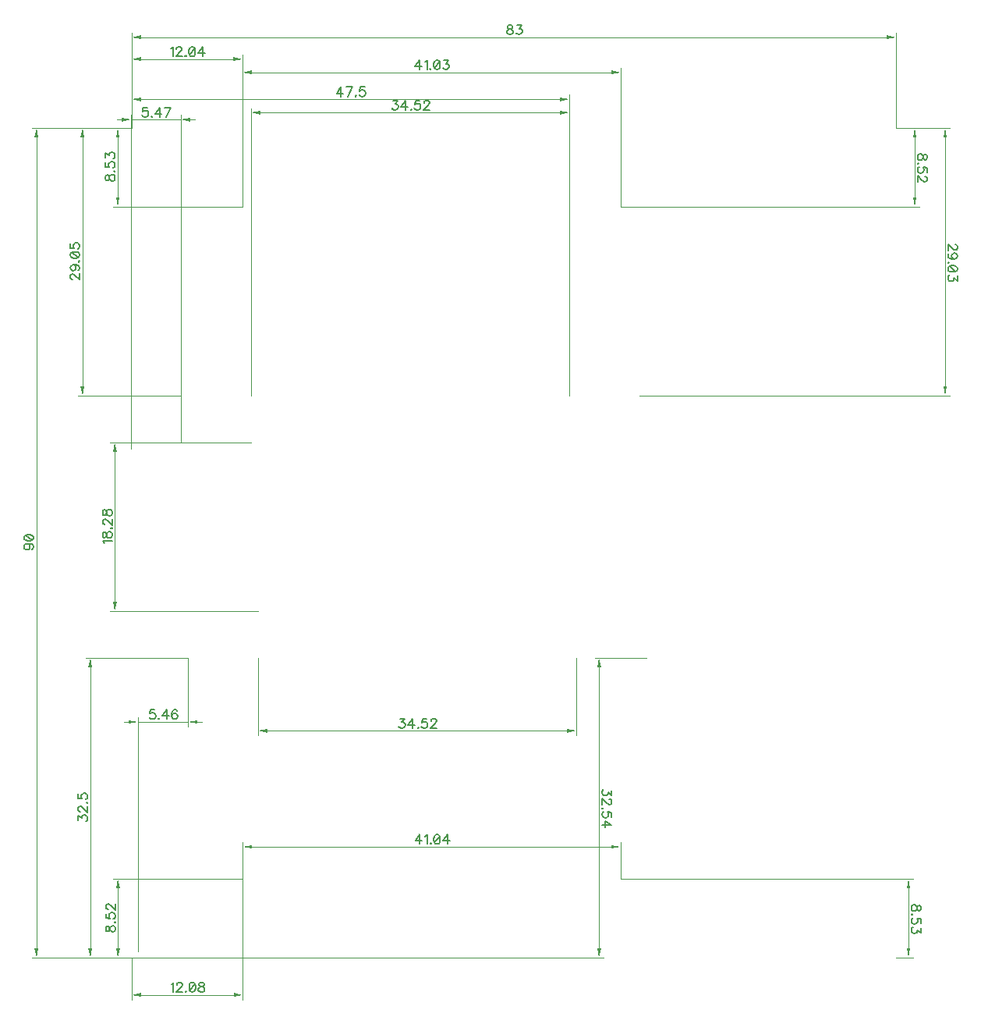
<source format=gbr>
G04 DipTrace 3.3.1.3*
G04 TopDimension.gbr*
%MOIN*%
G04 #@! TF.FileFunction,Drawing,Top*
G04 #@! TF.Part,Single*
%ADD13C,0.001378*%
%ADD37C,0.006176*%
%FSLAX26Y26*%
G04*
G70*
G90*
G75*
G01*
G04 TopDimension*
%LPD*%
X393701Y3937008D2*
D13*
Y4344682D1*
X3661417Y3937008D2*
Y4344682D1*
X2027559Y4324997D2*
X433071D1*
G36*
X393701D2*
X433071Y4332871D1*
Y4317123D1*
X393701Y4324997D1*
G37*
X2027559D2*
D13*
X3622047D1*
G36*
X3661417D2*
X3622047Y4317123D1*
Y4332871D1*
X3661417Y4324997D1*
G37*
X393701Y3937008D2*
D13*
X-33071D1*
X393701Y393701D2*
X-33071D1*
X-13386Y2165354D2*
Y3897638D1*
G36*
Y3937008D2*
X-5512Y3897638D1*
X-21260D1*
X-13386Y3937008D1*
G37*
Y2165354D2*
D13*
Y433071D1*
G36*
Y393701D2*
X-21260Y433071D1*
X-5512D1*
X-13386Y393701D1*
G37*
X867913Y3601339D2*
D13*
Y4194675D1*
X2483150Y3601693D2*
Y4194675D1*
X1675531Y4174990D2*
X907283D1*
G36*
X867913D2*
X907283Y4182864D1*
Y4167115D1*
X867913Y4174990D1*
G37*
X1675531D2*
D13*
X2443780D1*
G36*
X2483150D2*
X2443780Y4167115D1*
Y4182864D1*
X2483150Y4174990D1*
G37*
Y3601693D2*
D13*
X3761013D1*
X3661417Y3937008D2*
X3761013D1*
X3741328Y3769350D2*
Y3641063D1*
G36*
Y3601693D2*
X3733454Y3641063D1*
X3749202D1*
X3741328Y3601693D1*
G37*
Y3769350D2*
D13*
Y3897638D1*
G36*
Y3937008D2*
X3749202Y3897638D1*
X3733454D1*
X3741328Y3937008D1*
G37*
X904890Y2793161D2*
D13*
Y4022047D1*
X2263845Y2793909D2*
Y4022047D1*
X1584367Y4002362D2*
X944260D1*
G36*
X904890D2*
X944260Y4010236D1*
Y3994488D1*
X904890Y4002362D1*
G37*
X1584367D2*
D13*
X2224475D1*
G36*
X2263845D2*
X2224475Y3994488D1*
Y4010236D1*
X2263845Y4002362D1*
G37*
X934741Y1673407D2*
D13*
Y1342522D1*
X2293671Y1674875D2*
Y1342522D1*
X1614206Y1362207D2*
X974112D1*
G36*
X934741D2*
X974112Y1370081D1*
Y1354333D1*
X934741Y1362207D1*
G37*
X1614206D2*
D13*
X2254301D1*
G36*
X2293671D2*
X2254301Y1354333D1*
Y1370081D1*
X2293671Y1362207D1*
G37*
X393701Y393701D2*
D13*
X2412353D1*
X2593671Y1674875D2*
X2372983D1*
X2392668Y1034288D2*
Y433071D1*
G36*
Y393701D2*
X2384794Y433071D1*
X2400542D1*
X2392668Y393701D1*
G37*
Y1034288D2*
D13*
Y1635505D1*
G36*
Y1674875D2*
X2400542Y1635505D1*
X2384794D1*
X2392668Y1674875D1*
G37*
X634741Y1673407D2*
D13*
X197478D1*
X393701Y393701D2*
X197478D1*
X217163Y1033554D2*
Y1634037D1*
G36*
Y1673407D2*
X225037Y1634037D1*
X209289D1*
X217163Y1673407D1*
G37*
Y1033554D2*
D13*
Y433071D1*
G36*
Y393701D2*
X209289Y433071D1*
X225037D1*
X217163Y393701D1*
G37*
X419685Y419685D2*
D13*
Y1420163D1*
X634741Y1673407D2*
Y1380793D1*
X419685Y1400478D2*
X634741D1*
X360630D2*
X380315D1*
G36*
X419685D2*
X380315Y1392604D1*
Y1408352D1*
X419685Y1400478D1*
G37*
X693797D2*
D13*
X674112D1*
G36*
X634741D2*
X674112Y1408352D1*
Y1392604D1*
X634741Y1400478D1*
G37*
X393701Y3937008D2*
D13*
X163780D1*
X604890Y2793161D2*
X163780D1*
X183465Y3365085D2*
Y3897638D1*
G36*
Y3937008D2*
X191339Y3897638D1*
X175591D1*
X183465Y3937008D1*
G37*
Y3365085D2*
D13*
Y2832531D1*
G36*
Y2793161D2*
X175591Y2832531D1*
X191339D1*
X183465Y2793161D1*
G37*
X393701Y3937008D2*
D13*
Y4250908D1*
X867913Y3601339D2*
Y4250908D1*
X630807Y4231223D2*
X433071D1*
G36*
X393701D2*
X433071Y4239097D1*
Y4223349D1*
X393701Y4231223D1*
G37*
X630807D2*
D13*
X828543D1*
G36*
X867913D2*
X828543Y4223349D1*
Y4239097D1*
X867913Y4231223D1*
G37*
X393701Y393701D2*
D13*
Y215367D1*
X869252Y729173D2*
Y215367D1*
X631476Y235052D2*
X433071D1*
G36*
X393701D2*
X433071Y242927D1*
Y227178D1*
X393701Y235052D1*
G37*
X631476D2*
D13*
X829882D1*
G36*
X869252D2*
X829882Y227178D1*
Y242927D1*
X869252Y235052D1*
G37*
X3661417Y3937008D2*
D13*
X3891071D1*
X2563845Y2793909D2*
X3891071D1*
X3871386Y3365459D2*
Y3897638D1*
G36*
Y3937008D2*
X3879260Y3897638D1*
X3863512D1*
X3871386Y3937008D1*
G37*
Y3365459D2*
D13*
Y2833280D1*
G36*
Y2793909D2*
X3863512Y2833280D1*
X3879260D1*
X3871386Y2793909D1*
G37*
X389612Y2565793D2*
D13*
Y3992266D1*
X604890Y2593161D2*
Y3992266D1*
X389612Y3972581D2*
X604890D1*
X330556D2*
X350241D1*
G36*
X389612D2*
X350241Y3964707D1*
Y3980455D1*
X389612Y3972581D1*
G37*
X663945D2*
D13*
X644260D1*
G36*
X604890D2*
X644260Y3980455D1*
Y3964707D1*
X604890Y3972581D1*
G37*
X393701Y3937008D2*
D13*
Y4079585D1*
X2263845Y2793909D2*
Y4079585D1*
X1328773Y4059900D2*
X433071D1*
G36*
X393701D2*
X433071Y4067774D1*
Y4052026D1*
X393701Y4059900D1*
G37*
X1328773D2*
D13*
X2224475D1*
G36*
X2263845D2*
X2224475Y4052026D1*
Y4067774D1*
X2263845Y4059900D1*
G37*
X904890Y2593161D2*
D13*
X302364D1*
X934741Y1873407D2*
X302364D1*
X322049Y2233284D2*
Y2553791D1*
G36*
Y2593161D2*
X329923Y2553791D1*
X314175D1*
X322049Y2593161D1*
G37*
Y2233284D2*
D13*
Y1912777D1*
G36*
Y1873407D2*
X314175Y1912777D1*
X329923D1*
X322049Y1873407D1*
G37*
X867913Y3601339D2*
D13*
X314950D1*
X393701Y3937008D2*
X314950D1*
X334635Y3769173D2*
Y3640709D1*
G36*
Y3601339D2*
X326761Y3640709D1*
X342509D1*
X334635Y3601339D1*
G37*
Y3769173D2*
D13*
Y3897638D1*
G36*
Y3937008D2*
X342509Y3897638D1*
X326761D1*
X334635Y3937008D1*
G37*
X869252Y729173D2*
D13*
X316052D1*
X393701Y393701D2*
X316052D1*
X335738Y561437D2*
Y689803D1*
G36*
Y729173D2*
X343612Y689803D1*
X327864D1*
X335738Y729173D1*
G37*
Y561437D2*
D13*
Y433071D1*
G36*
Y393701D2*
X327864Y433071D1*
X343612D1*
X335738Y393701D1*
G37*
X869252Y729173D2*
D13*
Y886417D1*
X2485079Y729488D2*
Y886417D1*
X1677165Y866732D2*
X908622D1*
G36*
X869252D2*
X908622Y874606D1*
Y858858D1*
X869252Y866732D1*
G37*
X1677165D2*
D13*
X2445709D1*
G36*
X2485079D2*
X2445709Y858858D1*
Y874606D1*
X2485079Y866732D1*
G37*
Y729488D2*
D13*
X3734172D1*
X3661417Y393701D2*
X3734172D1*
X3714487Y561594D2*
Y690118D1*
G36*
Y729488D2*
X3722361Y690118D1*
X3706613D1*
X3714487Y729488D1*
G37*
Y561594D2*
D13*
Y433071D1*
G36*
Y393701D2*
X3706613Y433071D1*
X3722361D1*
X3714487Y393701D1*
G37*
X2007249Y4377356D2*
D37*
X2001545Y4375455D1*
X1999600Y4371652D1*
Y4367805D1*
X2001545Y4364003D1*
X2005348Y4362057D1*
X2012997Y4360156D1*
X2018745Y4358255D1*
X2022548Y4354408D1*
X2024449Y4350605D1*
Y4344857D1*
X2022548Y4341055D1*
X2020647Y4339109D1*
X2014899Y4337208D1*
X2007249D1*
X2001545Y4339109D1*
X1999600Y4341055D1*
X1997699Y4344857D1*
Y4350605D1*
X1999600Y4354408D1*
X2003447Y4358255D1*
X2009150Y4360156D1*
X2016800Y4362057D1*
X2020647Y4364003D1*
X2022548Y4367805D1*
Y4371652D1*
X2020647Y4375455D1*
X2014899Y4377356D1*
X2007249D1*
X2040647D2*
X2061650D1*
X2050198Y4362057D1*
X2055946D1*
X2059748Y4360156D1*
X2061650Y4358255D1*
X2063595Y4352507D1*
Y4348704D1*
X2061650Y4342956D1*
X2057847Y4339109D1*
X2052099Y4337208D1*
X2046351D1*
X2040647Y4339109D1*
X2038746Y4341055D1*
X2036800Y4344857D1*
X-52391Y2161316D2*
X-46643Y2159370D1*
X-42796Y2155568D1*
X-40895Y2149820D1*
Y2147919D1*
X-42796Y2142170D1*
X-46643Y2138368D1*
X-52391Y2136422D1*
X-54293D1*
X-60041Y2138368D1*
X-63843Y2142170D1*
X-65744Y2147919D1*
Y2149820D1*
X-63843Y2155568D1*
X-60041Y2159370D1*
X-52391Y2161316D1*
X-42796D1*
X-33246Y2159370D1*
X-27498Y2155568D1*
X-25597Y2149820D1*
Y2146017D1*
X-27498Y2140269D1*
X-31345Y2138368D1*
X-65744Y2185163D2*
X-63843Y2179415D1*
X-58095Y2175569D1*
X-48544Y2173667D1*
X-42796D1*
X-33246Y2175569D1*
X-27498Y2179415D1*
X-25597Y2185163D1*
Y2188966D1*
X-27498Y2194714D1*
X-33246Y2198516D1*
X-42796Y2200462D1*
X-48544D1*
X-58095Y2198516D1*
X-63843Y2194714D1*
X-65744Y2188966D1*
Y2185163D1*
X-58095Y2198516D2*
X-33246Y2175569D1*
X1625199Y4187200D2*
Y4227348D1*
X1606053Y4200598D1*
X1634749D1*
X1647100Y4219699D2*
X1650947Y4221644D1*
X1656695Y4227348D1*
Y4187200D1*
X1670948Y4191047D2*
X1669047Y4189102D1*
X1670948Y4187200D1*
X1672893Y4189102D1*
X1670948Y4191047D1*
X1696741Y4227348D2*
X1690993Y4225447D1*
X1687146Y4219699D1*
X1685245Y4210148D1*
Y4204400D1*
X1687146Y4194850D1*
X1690993Y4189102D1*
X1696741Y4187200D1*
X1700543D1*
X1706291Y4189102D1*
X1710094Y4194850D1*
X1712039Y4204400D1*
Y4210148D1*
X1710094Y4219699D1*
X1706291Y4225447D1*
X1700543Y4227348D1*
X1696741D1*
X1710094Y4219699D2*
X1687146Y4194850D1*
X1728238Y4227348D2*
X1749240D1*
X1737788Y4212049D1*
X1743536D1*
X1747339Y4210148D1*
X1749240Y4208247D1*
X1751186Y4202499D1*
Y4198696D1*
X1749240Y4192948D1*
X1745438Y4189102D1*
X1739689Y4187200D1*
X1733941D1*
X1728238Y4189102D1*
X1726336Y4191047D1*
X1724391Y4194850D1*
X3793687Y3817332D2*
X3791785Y3823036D1*
X3787983Y3824982D1*
X3784136D1*
X3780334Y3823036D1*
X3778388Y3819234D1*
X3776487Y3811584D1*
X3774585Y3805836D1*
X3770739Y3802034D1*
X3766936Y3800132D1*
X3761188D1*
X3757386Y3802034D1*
X3755440Y3803935D1*
X3753539Y3809683D1*
Y3817332D1*
X3755440Y3823036D1*
X3757386Y3824982D1*
X3761188Y3826883D1*
X3766936D1*
X3770739Y3824982D1*
X3774585Y3821135D1*
X3776487Y3815431D1*
X3778388Y3807782D1*
X3780334Y3803935D1*
X3784136Y3802034D1*
X3787983D1*
X3791785Y3803935D1*
X3793687Y3809683D1*
Y3817332D1*
X3757386Y3785880D2*
X3755440Y3787781D1*
X3753539Y3785880D1*
X3755440Y3783934D1*
X3757386Y3785880D1*
X3793687Y3748635D2*
Y3767736D1*
X3776487Y3769637D1*
X3778388Y3767736D1*
X3780334Y3761988D1*
Y3756284D1*
X3778388Y3750536D1*
X3774585Y3746690D1*
X3768837Y3744788D1*
X3765035D1*
X3759287Y3746690D1*
X3755440Y3750536D1*
X3753539Y3756284D1*
Y3761988D1*
X3755440Y3767736D1*
X3757386Y3769637D1*
X3761188Y3771583D1*
X3784136Y3730491D2*
X3786037D1*
X3789884Y3728590D1*
X3791785Y3726689D1*
X3793687Y3722842D1*
Y3715193D1*
X3791785Y3711390D1*
X3789884Y3709489D1*
X3786037Y3707543D1*
X3782235D1*
X3778388Y3709489D1*
X3772684Y3713291D1*
X3753539Y3732437D1*
Y3705642D1*
X1510136Y4054721D2*
X1531138D1*
X1519686Y4039422D1*
X1525435D1*
X1529237Y4037521D1*
X1531138Y4035620D1*
X1533084Y4029872D1*
Y4026069D1*
X1531138Y4020321D1*
X1527336Y4016474D1*
X1521588Y4014573D1*
X1515840D1*
X1510136Y4016474D1*
X1508235Y4018420D1*
X1506289Y4022222D1*
X1564581Y4014573D2*
Y4054721D1*
X1545435Y4027970D1*
X1574131D1*
X1588384Y4018420D2*
X1586483Y4016474D1*
X1588384Y4014573D1*
X1590329Y4016474D1*
X1588384Y4018420D1*
X1625629Y4054721D2*
X1606527D1*
X1604626Y4037521D1*
X1606527Y4039422D1*
X1612276Y4041368D1*
X1617979D1*
X1623727Y4039422D1*
X1627574Y4035620D1*
X1629475Y4029872D1*
Y4026069D1*
X1627574Y4020321D1*
X1623727Y4016474D1*
X1617979Y4014573D1*
X1612276D1*
X1606527Y4016474D1*
X1604626Y4018420D1*
X1602681Y4022222D1*
X1643772Y4045170D2*
Y4047071D1*
X1645674Y4050918D1*
X1647575Y4052819D1*
X1651422Y4054721D1*
X1659071D1*
X1662873Y4052819D1*
X1664775Y4050918D1*
X1666720Y4047071D1*
Y4043269D1*
X1664775Y4039422D1*
X1660972Y4033718D1*
X1641827Y4014573D1*
X1668621D1*
X1539974Y1414566D2*
X1560977D1*
X1549525Y1399267D1*
X1555273D1*
X1559076Y1397366D1*
X1560977Y1395465D1*
X1562922Y1389717D1*
Y1385914D1*
X1560977Y1380166D1*
X1557174Y1376319D1*
X1551426Y1374418D1*
X1545678D1*
X1539974Y1376319D1*
X1538073Y1378265D1*
X1536128Y1382067D1*
X1594419Y1374418D2*
Y1414566D1*
X1575274Y1387815D1*
X1603970D1*
X1618222Y1378265D2*
X1616321Y1376319D1*
X1618222Y1374418D1*
X1620168Y1376319D1*
X1618222Y1378265D1*
X1655467Y1414566D2*
X1636366D1*
X1634465Y1397366D1*
X1636366Y1399267D1*
X1642114Y1401213D1*
X1647818D1*
X1653566Y1399267D1*
X1657413Y1395465D1*
X1659314Y1389717D1*
Y1385914D1*
X1657413Y1380166D1*
X1653566Y1376319D1*
X1647818Y1374418D1*
X1642114D1*
X1636366Y1376319D1*
X1634465Y1378265D1*
X1632519Y1382067D1*
X1673611Y1405015D2*
Y1406917D1*
X1675512Y1410763D1*
X1677413Y1412665D1*
X1681260Y1414566D1*
X1688909D1*
X1692712Y1412665D1*
X1694613Y1410763D1*
X1696559Y1406917D1*
Y1403114D1*
X1694613Y1399267D1*
X1690811Y1393563D1*
X1671665Y1374418D1*
X1698460D1*
X2445027Y1108520D2*
Y1087517D1*
X2429728Y1098969D1*
Y1093221D1*
X2427827Y1089418D1*
X2425925Y1087517D1*
X2420177Y1085572D1*
X2416375D1*
X2410627Y1087517D1*
X2406780Y1091320D1*
X2404879Y1097068D1*
Y1102816D1*
X2406780Y1108520D1*
X2408725Y1110421D1*
X2412528Y1112366D1*
X2435476Y1071275D2*
X2437377D1*
X2441224Y1069374D1*
X2443125Y1067472D1*
X2445027Y1063626D1*
Y1055976D1*
X2443125Y1052174D1*
X2441224Y1050272D1*
X2437377Y1048327D1*
X2433575D1*
X2429728Y1050272D1*
X2424024Y1054075D1*
X2404879Y1073220D1*
Y1046426D1*
X2408725Y1032173D2*
X2406780Y1034074D1*
X2404879Y1032173D1*
X2406780Y1030227D1*
X2408725Y1032173D1*
X2445027Y994928D2*
Y1014029D1*
X2427827Y1015931D1*
X2429728Y1014029D1*
X2431673Y1008281D1*
Y1002577D1*
X2429728Y996829D1*
X2425925Y992983D1*
X2420177Y991081D1*
X2416375D1*
X2410627Y992983D1*
X2406780Y996829D1*
X2404879Y1002577D1*
Y1008281D1*
X2406780Y1014029D1*
X2408725Y1015931D1*
X2412528Y1017876D1*
X2404879Y959585D2*
X2445027D1*
X2418276Y978730D1*
Y950034D1*
X164804Y979846D2*
Y1000848D1*
X180103Y989397D1*
Y995145D1*
X182004Y998947D1*
X183905Y1000848D1*
X189653Y1002794D1*
X193456D1*
X199204Y1000848D1*
X203051Y997046D1*
X204952Y991298D1*
Y985550D1*
X203051Y979846D1*
X201105Y977945D1*
X197303Y975999D1*
X174355Y1017091D2*
X172453D1*
X168607Y1018992D1*
X166705Y1020893D1*
X164804Y1024740D1*
Y1032389D1*
X166705Y1036192D1*
X168607Y1038093D1*
X172453Y1040039D1*
X176256D1*
X180103Y1038093D1*
X185807Y1034291D1*
X204952Y1015145D1*
Y1041940D1*
X201105Y1056193D2*
X203051Y1054291D1*
X204952Y1056193D1*
X203051Y1058138D1*
X201105Y1056193D1*
X164804Y1093437D2*
Y1074336D1*
X182004Y1072435D1*
X180103Y1074336D1*
X178157Y1080084D1*
Y1085788D1*
X180103Y1091536D1*
X183905Y1095383D1*
X189653Y1097284D1*
X193456D1*
X199204Y1095383D1*
X203051Y1091536D1*
X204952Y1085788D1*
Y1080084D1*
X203051Y1074336D1*
X201105Y1072435D1*
X197303Y1070489D1*
X492629Y1452836D2*
X473527D1*
X471626Y1435636D1*
X473527Y1437538D1*
X479276Y1439483D1*
X484979D1*
X490727Y1437538D1*
X494574Y1433735D1*
X496475Y1427987D1*
Y1424185D1*
X494574Y1418436D1*
X490727Y1414590D1*
X484979Y1412688D1*
X479276D1*
X473527Y1414590D1*
X471626Y1416535D1*
X469681Y1420338D1*
X510728Y1416535D2*
X508827Y1414590D1*
X510728Y1412688D1*
X512674Y1414590D1*
X510728Y1416535D1*
X544170Y1412688D2*
Y1452836D1*
X525025Y1426086D1*
X553721D1*
X589020Y1447132D2*
X587119Y1450935D1*
X581371Y1452836D1*
X577568D1*
X571820Y1450935D1*
X567974Y1445187D1*
X566072Y1435636D1*
Y1426086D1*
X567974Y1418436D1*
X571820Y1414590D1*
X577568Y1412688D1*
X579470D1*
X585173Y1414590D1*
X589020Y1418436D1*
X590921Y1424185D1*
Y1426086D1*
X589020Y1431834D1*
X585173Y1435636D1*
X579470Y1437538D1*
X577568D1*
X571820Y1435636D1*
X567974Y1431834D1*
X566072Y1426086D1*
X140657Y3290853D2*
X138755D1*
X134909Y3292754D1*
X133007Y3294656D1*
X131106Y3298502D1*
Y3306152D1*
X133007Y3309954D1*
X134909Y3311856D1*
X138755Y3313801D1*
X142558D1*
X146405Y3311856D1*
X152108Y3308053D1*
X171254Y3288908D1*
Y3315702D1*
X144459Y3352947D2*
X150207Y3351002D1*
X154054Y3347199D1*
X155955Y3341451D1*
Y3339550D1*
X154054Y3333802D1*
X150207Y3329999D1*
X144459Y3328054D1*
X142558D1*
X136810Y3329999D1*
X133007Y3333802D1*
X131106Y3339550D1*
Y3341451D1*
X133007Y3347199D1*
X136810Y3351002D1*
X144459Y3352947D1*
X154054D1*
X163605Y3351002D1*
X169353Y3347199D1*
X171254Y3341451D1*
Y3337648D1*
X169353Y3331900D1*
X165506Y3329999D1*
X167407Y3367200D2*
X169353Y3365298D1*
X171254Y3367200D1*
X169353Y3369145D1*
X167407Y3367200D1*
X131106Y3392993D2*
X133007Y3387245D1*
X138755Y3383398D1*
X148306Y3381497D1*
X154054D1*
X163605Y3383398D1*
X169353Y3387245D1*
X171254Y3392993D1*
Y3396795D1*
X169353Y3402543D1*
X163605Y3406346D1*
X154054Y3408291D1*
X148306D1*
X138755Y3406346D1*
X133007Y3402543D1*
X131106Y3396795D1*
Y3392993D1*
X138755Y3406346D2*
X163605Y3383398D1*
X131106Y3443591D2*
Y3424489D1*
X148306Y3422588D1*
X146405Y3424489D1*
X144459Y3430237D1*
Y3435941D1*
X146405Y3441689D1*
X150207Y3445536D1*
X155955Y3447437D1*
X159758D1*
X165506Y3445536D1*
X169353Y3441689D1*
X171254Y3435941D1*
Y3430237D1*
X169353Y3424489D1*
X167407Y3422588D1*
X163605Y3420643D1*
X561329Y4275932D2*
X565175Y4277878D1*
X570924Y4283582D1*
Y4243434D1*
X585220Y4274031D2*
Y4275932D1*
X587122Y4279779D1*
X589023Y4281680D1*
X592870Y4283582D1*
X600519D1*
X604322Y4281680D1*
X606223Y4279779D1*
X608168Y4275932D1*
Y4272130D1*
X606223Y4268283D1*
X602420Y4262579D1*
X583275Y4243434D1*
X610070D1*
X624322Y4247281D2*
X622421Y4245335D1*
X624322Y4243434D1*
X626268Y4245335D1*
X624322Y4247281D1*
X650115Y4283582D2*
X644367Y4281680D1*
X640520Y4275932D1*
X638619Y4266382D1*
Y4260634D1*
X640520Y4251083D1*
X644367Y4245335D1*
X650115Y4243434D1*
X653918D1*
X659666Y4245335D1*
X663468Y4251083D1*
X665414Y4260634D1*
Y4266382D1*
X663468Y4275932D1*
X659666Y4281680D1*
X653918Y4283582D1*
X650115D1*
X663468Y4275932D2*
X640520Y4251083D1*
X696911Y4243434D2*
Y4283582D1*
X677765Y4256831D1*
X706461D1*
X562971Y279762D2*
X566818Y281707D1*
X572566Y287411D1*
Y247263D1*
X586862Y277860D2*
Y279762D1*
X588764Y283608D1*
X590665Y285510D1*
X594512Y287411D1*
X602161D1*
X605964Y285510D1*
X607865Y283608D1*
X609810Y279762D1*
Y275959D1*
X607865Y272112D1*
X604062Y266409D1*
X584917Y247263D1*
X611712D1*
X625964Y251110D2*
X624063Y249165D1*
X625964Y247263D1*
X627910Y249165D1*
X625964Y251110D1*
X651757Y287411D2*
X646009Y285510D1*
X642162Y279762D1*
X640261Y270211D1*
Y264463D1*
X642162Y254913D1*
X646009Y249165D1*
X651757Y247263D1*
X655560D1*
X661308Y249165D1*
X665110Y254913D1*
X667056Y264463D1*
Y270211D1*
X665110Y279762D1*
X661308Y285510D1*
X655560Y287411D1*
X651757D1*
X665110Y279762D2*
X642162Y254913D1*
X688958Y287411D2*
X683254Y285510D1*
X681309Y281707D1*
Y277860D1*
X683254Y274058D1*
X687057Y272112D1*
X694706Y270211D1*
X700454Y268310D1*
X704256Y264463D1*
X706158Y260661D1*
Y254913D1*
X704256Y251110D1*
X702355Y249165D1*
X696607Y247263D1*
X688958D1*
X683254Y249165D1*
X681309Y251110D1*
X679407Y254913D1*
Y260661D1*
X681309Y264463D1*
X685155Y268310D1*
X690859Y270211D1*
X698508Y272112D1*
X702355Y274058D1*
X704256Y277860D1*
Y281707D1*
X702355Y285510D1*
X696607Y287411D1*
X688958D1*
X3914194Y3439690D2*
X3916095D1*
X3919942Y3437789D1*
X3921843Y3435888D1*
X3923744Y3432041D1*
Y3424392D1*
X3921843Y3420589D1*
X3919942Y3418688D1*
X3916095Y3416742D1*
X3912293D1*
X3908446Y3418688D1*
X3902742Y3422490D1*
X3883597Y3441636D1*
Y3414841D1*
X3910391Y3377596D2*
X3904643Y3379542D1*
X3900796Y3383344D1*
X3898895Y3389092D1*
Y3390994D1*
X3900796Y3396742D1*
X3904643Y3400544D1*
X3910391Y3402490D1*
X3912293D1*
X3918041Y3400544D1*
X3921843Y3396742D1*
X3923744Y3390994D1*
Y3389092D1*
X3921843Y3383344D1*
X3918041Y3379542D1*
X3910391Y3377596D1*
X3900796D1*
X3891246Y3379542D1*
X3885498Y3383344D1*
X3883597Y3389092D1*
Y3392895D1*
X3885498Y3398643D1*
X3889345Y3400544D1*
X3887443Y3363344D2*
X3885498Y3365245D1*
X3883597Y3363344D1*
X3885498Y3361398D1*
X3887443Y3363344D1*
X3923744Y3337551D2*
X3921843Y3343299D1*
X3916095Y3347145D1*
X3906544Y3349047D1*
X3900796D1*
X3891246Y3347145D1*
X3885498Y3343299D1*
X3883597Y3337551D1*
Y3333748D1*
X3885498Y3328000D1*
X3891246Y3324197D1*
X3900796Y3322252D1*
X3906544D1*
X3916095Y3324197D1*
X3921843Y3328000D1*
X3923744Y3333748D1*
Y3337551D1*
X3916095Y3324197D2*
X3891246Y3347145D1*
X3923744Y3306054D2*
Y3285051D1*
X3908446Y3296503D1*
Y3290755D1*
X3906544Y3286953D1*
X3904643Y3285051D1*
X3898895Y3283106D1*
X3895093D1*
X3889345Y3285051D1*
X3885498Y3288854D1*
X3883597Y3294602D1*
Y3300350D1*
X3885498Y3306054D1*
X3887443Y3307955D1*
X3891246Y3309901D1*
X461693Y4024940D2*
X442592D1*
X440691Y4007740D1*
X442592Y4009641D1*
X448340Y4011587D1*
X454044D1*
X459792Y4009641D1*
X463639Y4005839D1*
X465540Y4000091D1*
Y3996288D1*
X463639Y3990540D1*
X459792Y3986693D1*
X454044Y3984792D1*
X448340D1*
X442592Y3986693D1*
X440691Y3988639D1*
X438745Y3992441D1*
X479793Y3988639D2*
X477891Y3986693D1*
X479793Y3984792D1*
X481738Y3986693D1*
X479793Y3988639D1*
X513235Y3984792D2*
Y4024940D1*
X494090Y3998189D1*
X522786D1*
X542786Y3984792D2*
X561932Y4024940D1*
X535137D1*
X1289413Y4072111D2*
Y4112259D1*
X1270268Y4085508D1*
X1298964D1*
X1318964Y4072111D2*
X1338110Y4112259D1*
X1311315D1*
X1352362Y4075958D2*
X1350461Y4074012D1*
X1352362Y4072111D1*
X1354308Y4074012D1*
X1352362Y4075958D1*
X1389607Y4112259D2*
X1370506D1*
X1368605Y4095059D1*
X1370506Y4096960D1*
X1376254Y4098906D1*
X1381958D1*
X1387706Y4096960D1*
X1391553Y4093158D1*
X1393454Y4087410D1*
Y4083607D1*
X1391553Y4077859D1*
X1387706Y4074012D1*
X1381958Y4072111D1*
X1376254D1*
X1370506Y4074012D1*
X1368605Y4075958D1*
X1366659Y4079760D1*
X277339Y2164801D2*
X275394Y2168647D1*
X269690Y2174395D1*
X309838D1*
X269690Y2196297D2*
X271591Y2190594D1*
X275394Y2188648D1*
X279241D1*
X283043Y2190594D1*
X284989Y2194396D1*
X286890Y2202045D1*
X288791Y2207793D1*
X292638Y2211596D1*
X296440Y2213497D1*
X302188D1*
X305991Y2211596D1*
X307937Y2209695D1*
X309838Y2203947D1*
Y2196297D1*
X307937Y2190594D1*
X305991Y2188648D1*
X302188Y2186747D1*
X296440D1*
X292638Y2188648D1*
X288791Y2192495D1*
X286890Y2198199D1*
X284989Y2205848D1*
X283043Y2209695D1*
X279241Y2211596D1*
X275394D1*
X271591Y2209695D1*
X269690Y2203947D1*
Y2196297D1*
X305991Y2227750D2*
X307937Y2225849D1*
X309838Y2227750D1*
X307937Y2229695D1*
X305991Y2227750D1*
X279241Y2243992D2*
X277339D1*
X273493Y2245894D1*
X271591Y2247795D1*
X269690Y2251642D1*
Y2259291D1*
X271591Y2263093D1*
X273493Y2264995D1*
X277339Y2266940D1*
X281142D1*
X284989Y2264995D1*
X290692Y2261192D1*
X309838Y2242047D1*
Y2268841D1*
X269690Y2290743D2*
X271591Y2285040D1*
X275394Y2283094D1*
X279241D1*
X283043Y2285040D1*
X284989Y2288842D1*
X286890Y2296491D1*
X288791Y2302240D1*
X292638Y2306042D1*
X296440Y2307943D1*
X302188D1*
X305991Y2306042D1*
X307937Y2304141D1*
X309838Y2298393D1*
Y2290743D1*
X307937Y2285040D1*
X305991Y2283094D1*
X302188Y2281193D1*
X296440D1*
X292638Y2283094D1*
X288791Y2286941D1*
X286890Y2292645D1*
X284989Y2300294D1*
X283043Y2304141D1*
X279241Y2306042D1*
X275394D1*
X271591Y2304141D1*
X269690Y2298393D1*
Y2290743D1*
X282277Y3721191D2*
X284178Y3715487D1*
X287980Y3713542D1*
X291827D1*
X295630Y3715487D1*
X297575Y3719290D1*
X299477Y3726939D1*
X301378Y3732687D1*
X305225Y3736490D1*
X309027Y3738391D1*
X314775D1*
X318578Y3736490D1*
X320523Y3734589D1*
X322424Y3728841D1*
Y3721191D1*
X320523Y3715487D1*
X318578Y3713542D1*
X314775Y3711641D1*
X309027D1*
X305225Y3713542D1*
X301378Y3717389D1*
X299477Y3723093D1*
X297575Y3730742D1*
X295630Y3734589D1*
X291827Y3736490D1*
X287980D1*
X284178Y3734589D1*
X282277Y3728841D1*
Y3721191D1*
X318578Y3752644D2*
X320523Y3750743D1*
X322424Y3752644D1*
X320523Y3754589D1*
X318578Y3752644D1*
X282277Y3789889D2*
Y3770787D1*
X299477Y3768886D1*
X297575Y3770787D1*
X295630Y3776536D1*
Y3782239D1*
X297575Y3787987D1*
X301378Y3791834D1*
X307126Y3793735D1*
X310928D1*
X316676Y3791834D1*
X320523Y3787987D1*
X322424Y3782239D1*
Y3776536D1*
X320523Y3770787D1*
X318578Y3768886D1*
X314775Y3766941D1*
X282277Y3809934D2*
Y3830936D1*
X297575Y3819484D1*
Y3825232D1*
X299477Y3829035D1*
X301378Y3830936D1*
X307126Y3832881D1*
X310928D1*
X316676Y3830936D1*
X320523Y3827133D1*
X322424Y3821385D1*
Y3815637D1*
X320523Y3809934D1*
X318578Y3808032D1*
X314775Y3806087D1*
X283379Y513455D2*
X285280Y507751D1*
X289083Y505806D1*
X292930D1*
X296732Y507751D1*
X298678Y511554D1*
X300579Y519203D1*
X302480Y524951D1*
X306327Y528754D1*
X310129Y530655D1*
X315877D1*
X319680Y528754D1*
X321626Y526852D1*
X323527Y521104D1*
Y513455D1*
X321626Y507751D1*
X319680Y505806D1*
X315877Y503904D1*
X310129D1*
X306327Y505806D1*
X302480Y509653D1*
X300579Y515356D1*
X298678Y523006D1*
X296732Y526852D1*
X292930Y528754D1*
X289083D1*
X285280Y526852D1*
X283379Y521104D1*
Y513455D1*
X319680Y544908D2*
X321626Y543006D1*
X323527Y544908D1*
X321626Y546853D1*
X319680Y544908D1*
X283379Y582152D2*
Y563051D1*
X300579Y561150D1*
X298678Y563051D1*
X296732Y568799D1*
Y574503D1*
X298678Y580251D1*
X302480Y584098D1*
X308228Y585999D1*
X312031D1*
X317779Y584098D1*
X321626Y580251D1*
X323527Y574503D1*
Y568799D1*
X321626Y563051D1*
X319680Y561150D1*
X315877Y559204D1*
X292930Y600296D2*
X291028D1*
X287182Y602197D1*
X285280Y604099D1*
X283379Y607945D1*
Y615595D1*
X285280Y619397D1*
X287182Y621298D1*
X291028Y623244D1*
X294831D1*
X298678Y621298D1*
X304381Y617496D1*
X323527Y598351D1*
Y625145D1*
X1625882Y878943D2*
Y919091D1*
X1606736Y892340D1*
X1635432D1*
X1647784Y911442D2*
X1651630Y913387D1*
X1657378Y919091D1*
Y878943D1*
X1671631Y882790D2*
X1669730Y880844D1*
X1671631Y878943D1*
X1673577Y880844D1*
X1671631Y882790D1*
X1697424Y919091D2*
X1691676Y917190D1*
X1687829Y911442D1*
X1685928Y901891D1*
Y896143D1*
X1687829Y886592D1*
X1691676Y880844D1*
X1697424Y878943D1*
X1701227D1*
X1706975Y880844D1*
X1710777Y886592D1*
X1712723Y896143D1*
Y901891D1*
X1710777Y911442D1*
X1706975Y917190D1*
X1701227Y919091D1*
X1697424D1*
X1710777Y911442D2*
X1687829Y886592D1*
X1744219Y878943D2*
Y919091D1*
X1725074Y892340D1*
X1753770D1*
X3766845Y609576D2*
X3764944Y615280D1*
X3761142Y617226D1*
X3757295D1*
X3753492Y615280D1*
X3751547Y611478D1*
X3749646Y603828D1*
X3747744Y598080D1*
X3743898Y594278D1*
X3740095Y592377D1*
X3734347D1*
X3730544Y594278D1*
X3728599Y596179D1*
X3726698Y601927D1*
Y609576D1*
X3728599Y615280D1*
X3730544Y617226D1*
X3734347Y619127D1*
X3740095D1*
X3743898Y617226D1*
X3747744Y613379D1*
X3749646Y607675D1*
X3751547Y600026D1*
X3753492Y596179D1*
X3757295Y594278D1*
X3761142D1*
X3764944Y596179D1*
X3766845Y601927D1*
Y609576D1*
X3730544Y578124D2*
X3728599Y580025D1*
X3726698Y578124D1*
X3728599Y576178D1*
X3730544Y578124D1*
X3766845Y540879D2*
Y559980D1*
X3749646Y561882D1*
X3751547Y559980D1*
X3753492Y554232D1*
Y548528D1*
X3751547Y542780D1*
X3747744Y538934D1*
X3741996Y537032D1*
X3738194D1*
X3732446Y538934D1*
X3728599Y542780D1*
X3726698Y548528D1*
Y554232D1*
X3728599Y559980D1*
X3730544Y561882D1*
X3734347Y563827D1*
X3766845Y520834D2*
Y499832D1*
X3751547Y511284D1*
Y505536D1*
X3749646Y501733D1*
X3747744Y499832D1*
X3741996Y497886D1*
X3738194D1*
X3732446Y499832D1*
X3728599Y503634D1*
X3726698Y509382D1*
Y515130D1*
X3728599Y520834D1*
X3730544Y522735D1*
X3734347Y524681D1*
M02*

</source>
